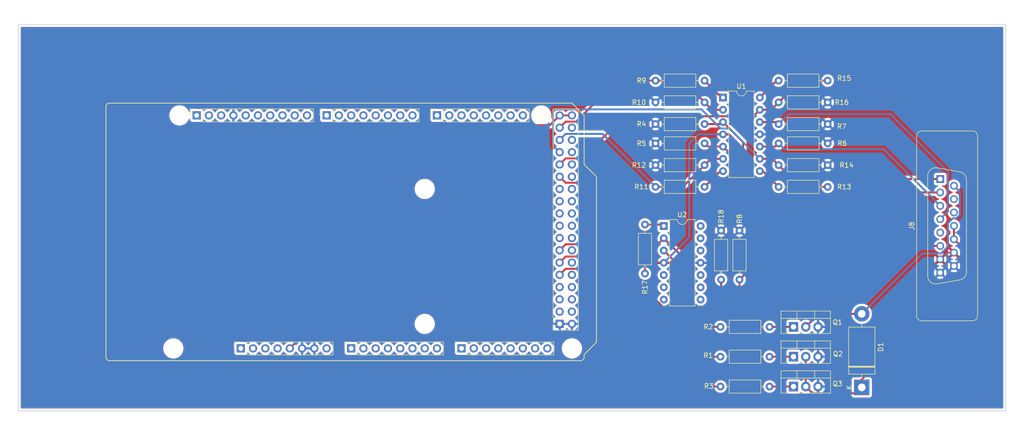
<source format=kicad_pcb>
(kicad_pcb (version 20211014) (generator pcbnew)
  (title_block (date "mar. 31 mars 2015"))
  (layers (0 "F.Cu" signal) (31 "B.Cu" signal) (34 "B.Paste" user) (35 "F.Paste" user) (36 "B.SilkS" user "B.Silkscreen") (37 "F.SilkS" user "F.Silkscreen") (38 "B.Mask" user) (39 "F.Mask" user) (44 "Edge.Cuts" user))
  (net 0 "")
  (net 1 "GND")
  (net 2 "/*52")
  (net 3 "/53")
  (net 4 "/50")
  (net 5 "/51")
  (net 6 "/48")
  (net 7 "/49")
  (net 8 "PIN 12 DB15")
  (net 9 "/47")
  (net 10 "PIN 9 DB15")
  (net 11 "/*45")
  (net 12 "BALIZA ROJ.")
  (net 13 "/43")
  (net 14 "/40")
  (net 15 "/41")
  (net 16 "/38")
  (net 17 "/39")
  (net 18 "/36")
  (net 19 "/37")
  (net 20 "/34")
  (net 21 "/35")
  (net 22 "/32")
  (net 23 "/33")
  (net 24 "BALIZA VER.")
  (net 25 "/31")
  (net 26 "PISTON")
  (net 27 "/29")
  (net 28 "INPLACE")
  (net 29 "/27")
  (net 30 "ID3")
  (net 31 "/25")
  (net 32 "ID2")
  (net 33 "/23")
  (net 34 "+5V")
  (net 35 "/IOREF")
  (net 36 "/A0")
  (net 37 "/A1")
  (net 38 "/A2")
  (net 39 "/A3")
  (net 40 "/A4")
  (net 41 "/A5")
  (net 42 "/A6")
  (net 43 "/A7")
  (net 44 "/A8")
  (net 45 "/A9")
  (net 46 "/A10")
  (net 47 "/A11")
  (net 48 "/A12")
  (net 49 "/A13")
  (net 50 "/A14")
  (net 51 "/A15")
  (net 52 "/AREF")
  (net 53 "/*13")
  (net 54 "/*12")
  (net 55 "/*11")
  (net 56 "/*10")
  (net 57 "/*9")
  (net 58 "/*8")
  (net 59 "/*7")
  (net 60 "/*6")
  (net 61 "/*5")
  (net 62 "/*4")
  (net 63 "/*3")
  (net 64 "/*2")
  (net 65 "/TX0{slash}1")
  (net 66 "/RX0{slash}0")
  (net 67 "+3V3")
  (net 68 "/TX3{slash}14")
  (net 69 "/RX3{slash}15")
  (net 70 "/TX2{slash}16")
  (net 71 "/RX2{slash}17")
  (net 72 "/TX1{slash}18")
  (net 73 "/RX1{slash}19")
  (net 74 "/SDA{slash}20")
  (net 75 "/SCL{slash}21")
  (net 76 "VCC")
  (net 77 "/~{RESET}")
  (net 79 "ID1")
  (net 80 "ID0")
  (net 81 "PIN 1 DB15")
  (net 82 "PIN 2 DB15")
  (net 83 "PIN 3 DB15")
  (net 84 "PIN 4 DB15")
  (net 86 "PIN 6 DB15")
  (net 87 "+24V")
  (net 90 "Net-(Q1-Pad1)")
  (net 91 "Net-(Q2-Pad1)")
  (net 92 "Net-(Q3-Pad1)")
  (net 102 "/OUT1")
  (net 103 "/OUT2")
  (net 104 "/OUT3")
  (net 105 "/OUT4")
  (net 106 "/OUT5")
  (footprint "Connector_PinSocket_2.54mm:PinSocket_2x18_P2.54mm_Vertical" (layer "F.Cu") (at 140.98 118.82 180)
    (fp_text reference "J7" hide)
    (fp_text value "Digital")
    (pad "1" thru_hole rect locked (at 0 0 180) (size 1.7 1.7) (drill 1) (layers *.Cu *.Mask) (net 1 "GND"))
    (pad "2" thru_hole oval locked (at -2.54 0 180) (size 1.7 1.7) (drill 1) (layers *.Cu *.Mask) (net 1 "GND"))
    (pad "3" thru_hole oval locked (at 0 2.54 180) (size 1.7 1.7) (drill 1) (layers *.Cu *.Mask) (net 2 "/*52"))
    (pad "4" thru_hole oval locked (at -2.54 2.54 180) (size 1.7 1.7) (drill 1) (layers *.Cu *.Mask) (net 3 "/53"))
    (pad "5" thru_hole oval locked (at 0 5.08 180) (size 1.7 1.7) (drill 1) (layers *.Cu *.Mask) (net 4 "/50"))
    (pad "6" thru_hole oval locked (at -2.54 5.08 180) (size 1.7 1.7) (drill 1) (layers *.Cu *.Mask) (net 5 "/51"))
    (pad "7" thru_hole oval locked (at 0 7.62 180) (size 1.7 1.7) (drill 1) (layers *.Cu *.Mask) (net 6 "/48"))
    (pad "8" thru_hole oval locked (at -2.54 7.62 180) (size 1.7 1.7) (drill 1) (layers *.Cu *.Mask) (net 7 "/49"))
    (pad "9" thru_hole oval locked (at 0 10.16 180) (size 1.7 1.7) (drill 1) (layers *.Cu *.Mask) (net 12 "BALIZA ROJ."))
    (pad "10" thru_hole oval locked (at -2.54 10.16 180) (size 1.7 1.7) (drill 1) (layers *.Cu *.Mask) (net 9 "/47"))
    (pad "11" thru_hole oval locked (at 0 12.7 180) (size 1.7 1.7) (drill 1) (layers *.Cu *.Mask) (net 24 "BALIZA VER."))
    (pad "12" thru_hole oval locked (at -2.54 12.7 180) (size 1.7 1.7) (drill 1) (layers *.Cu *.Mask) (net 11 "/*45"))
    (pad "13" thru_hole oval locked (at 0 15.24 180) (size 1.7 1.7) (drill 1) (layers *.Cu *.Mask) (net 26 "PISTON"))
    (pad "14" thru_hole oval locked (at -2.54 15.24 180) (size 1.7 1.7) (drill 1) (layers *.Cu *.Mask) (net 13 "/43"))
    (pad "15" thru_hole oval locked (at 0 17.78 180) (size 1.7 1.7) (drill 1) (layers *.Cu *.Mask) (net 14 "/40"))
    (pad "16" thru_hole oval locked (at -2.54 17.78 180) (size 1.7 1.7) (drill 1) (layers *.Cu *.Mask) (net 15 "/41"))
    (pad "17" thru_hole oval locked (at 0 20.32 180) (size 1.7 1.7) (drill 1) (layers *.Cu *.Mask) (net 16 "/38"))
    (pad "18" thru_hole oval locked (at -2.54 20.32 180) (size 1.7 1.7) (drill 1) (layers *.Cu *.Mask) (net 17 "/39"))
    (pad "19" thru_hole oval locked (at 0 22.86 180) (size 1.7 1.7) (drill 1) (layers *.Cu *.Mask) (net 18 "/36"))
    (pad "20" thru_hole oval locked (at -2.54 22.86 180) (size 1.7 1.7) (drill 1) (layers *.Cu *.Mask) (net 19 "/37"))
    (pad "21" thru_hole oval locked (at 0 25.4 180) (size 1.7 1.7) (drill 1) (layers *.Cu *.Mask) (net 20 "/34"))
    (pad "22" thru_hole oval locked (at -2.54 25.4 180) (size 1.7 1.7) (drill 1) (layers *.Cu *.Mask) (net 21 "/35"))
    (pad "23" thru_hole oval locked (at 0 27.94 180) (size 1.7 1.7) (drill 1) (layers *.Cu *.Mask) (net 22 "/32"))
    (pad "24" thru_hole oval locked (at -2.54 27.94 180) (size 1.7 1.7) (drill 1) (layers *.Cu *.Mask) (net 23 "/33"))
    (pad "25" thru_hole oval locked (at 0 30.48 180) (size 1.7 1.7) (drill 1) (layers *.Cu *.Mask) (net 28 "INPLACE"))
    (pad "26" thru_hole oval locked (at -2.54 30.48 180) (size 1.7 1.7) (drill 1) (layers *.Cu *.Mask) (net 25 "/31"))
    (pad "27" thru_hole oval locked (at 0 33.02 180) (size 1.7 1.7) (drill 1) (layers *.Cu *.Mask) (net 30 "ID3"))
    (pad "28" thru_hole oval locked (at -2.54 33.02 180) (size 1.7 1.7) (drill 1) (layers *.Cu *.Mask) (net 27 "/29"))
    (pad "29" thru_hole oval locked (at 0 35.56 180) (size 1.7 1.7) (drill 1) (layers *.Cu *.Mask) (net 32 "ID2"))
    (pad "30" thru_hole oval locked (at -2.54 35.56 180) (size 1.7 1.7) (drill 1) (layers *.Cu *.Mask) (net 29 "/27"))
    (pad "31" thru_hole oval locked (at 0 38.1 180) (size 1.7 1.7) (drill 1) (layers *.Cu *.Mask) (net 79 "ID1"))
    (pad "32" thru_hole oval locked (at -2.54 38.1 180) (size 1.7 1.7) (drill 1) (layers *.Cu *.Mask) (net 31 "/25"))
    (pad "33" thru_hole oval locked (at 0 40.64 180) (size 1.7 1.7) (drill 1) (layers *.Cu *.Mask) (net 80 "ID0"))
    (pad "34" thru_hole oval locked (at -2.54 40.64 180) (size 1.7 1.7) (drill 1) (layers *.Cu *.Mask) (net 33 "/23"))
    (pad "35" thru_hole oval locked (at 0 43.18 180) (size 1.7 1.7) (drill 1) (layers *.Cu *.Mask) (net 34 "+5V"))
    (pad "36" thru_hole oval locked (at -2.54 43.18 180) (size 1.7 1.7) (drill 1) (layers *.Cu *.Mask) (net 34 "+5V"))
  )
  (footprint "Connector_PinSocket_2.54mm:PinSocket_1x08_P2.54mm_Vertical" (layer "F.Cu") (at 74.94 123.9 90)
    (fp_text reference "J1" hide)
    (fp_text value "Power")
    (pad "1" thru_hole rect locked (at 0 0 90) (size 1.7 1.7) (drill 1) (layers *.Cu *.Mask))
    (pad "2" thru_hole oval locked (at 0 2.54 90) (size 1.7 1.7) (drill 1) (layers *.Cu *.Mask) (net 35 "/IOREF"))
    (pad "3" thru_hole oval locked (at 0 5.08 90) (size 1.7 1.7) (drill 1) (layers *.Cu *.Mask) (net 77 "/~{RESET}"))
    (pad "4" thru_hole oval locked (at 0 7.62 90) (size 1.7 1.7) (drill 1) (layers *.Cu *.Mask) (net 67 "+3V3"))
    (pad "5" thru_hole oval locked (at 0 10.16 90) (size 1.7 1.7) (drill 1) (layers *.Cu *.Mask) (net 34 "+5V"))
    (pad "6" thru_hole oval locked (at 0 12.7 90) (size 1.7 1.7) (drill 1) (layers *.Cu *.Mask) (net 1 "GND"))
    (pad "7" thru_hole oval locked (at 0 15.24 90) (size 1.7 1.7) (drill 1) (layers *.Cu *.Mask) (net 1 "GND"))
    (pad "8" thru_hole oval locked (at 0 17.78 90) (size 1.7 1.7) (drill 1) (layers *.Cu *.Mask) (net 76 "VCC"))
  )
  (footprint "Connector_PinSocket_2.54mm:PinSocket_1x08_P2.54mm_Vertical" (layer "F.Cu") (at 97.8 123.9 90)
    (fp_text reference "J3" hide)
    (fp_text value "Analog")
    (pad "1" thru_hole rect locked (at 0 0 90) (size 1.7 1.7) (drill 1) (layers *.Cu *.Mask) (net 36 "/A0"))
    (pad "2" thru_hole oval locked (at 0 2.54 90) (size 1.7 1.7) (drill 1) (layers *.Cu *.Mask) (net 37 "/A1"))
    (pad "3" thru_hole oval locked (at 0 5.08 90) (size 1.7 1.7) (drill 1) (layers *.Cu *.Mask) (net 38 "/A2"))
    (pad "4" thru_hole oval locked (at 0 7.62 90) (size 1.7 1.7) (drill 1) (layers *.Cu *.Mask) (net 39 "/A3"))
    (pad "5" thru_hole oval locked (at 0 10.16 90) (size 1.7 1.7) (drill 1) (layers *.Cu *.Mask) (net 40 "/A4"))
    (pad "6" thru_hole oval locked (at 0 12.7 90) (size 1.7 1.7) (drill 1) (layers *.Cu *.Mask) (net 41 "/A5"))
    (pad "7" thru_hole oval locked (at 0 15.24 90) (size 1.7 1.7) (drill 1) (layers *.Cu *.Mask) (net 42 "/A6"))
    (pad "8" thru_hole oval locked (at 0 17.78 90) (size 1.7 1.7) (drill 1) (layers *.Cu *.Mask) (net 43 "/A7"))
  )
  (footprint "Connector_PinSocket_2.54mm:PinSocket_1x08_P2.54mm_Vertical" (layer "F.Cu") (at 120.66 123.9 90)
    (fp_text reference "J5" hide)
    (fp_text value "Analog")
    (pad "1" thru_hole rect locked (at 0 0 90) (size 1.7 1.7) (drill 1) (layers *.Cu *.Mask) (net 44 "/A8"))
    (pad "2" thru_hole oval locked (at 0 2.54 90) (size 1.7 1.7) (drill 1) (layers *.Cu *.Mask) (net 45 "/A9"))
    (pad "3" thru_hole oval locked (at 0 5.08 90) (size 1.7 1.7) (drill 1) (layers *.Cu *.Mask) (net 46 "/A10"))
    (pad "4" thru_hole oval locked (at 0 7.62 90) (size 1.7 1.7) (drill 1) (layers *.Cu *.Mask) (net 47 "/A11"))
    (pad "5" thru_hole oval locked (at 0 10.16 90) (size 1.7 1.7) (drill 1) (layers *.Cu *.Mask) (net 48 "/A12"))
    (pad "6" thru_hole oval locked (at 0 12.7 90) (size 1.7 1.7) (drill 1) (layers *.Cu *.Mask) (net 49 "/A13"))
    (pad "7" thru_hole oval locked (at 0 15.24 90) (size 1.7 1.7) (drill 1) (layers *.Cu *.Mask) (net 50 "/A14"))
    (pad "8" thru_hole oval locked (at 0 17.78 90) (size 1.7 1.7) (drill 1) (layers *.Cu *.Mask) (net 51 "/A15"))
  )
  (footprint "Connector_PinSocket_2.54mm:PinSocket_1x10_P2.54mm_Vertical" (layer "F.Cu") (at 65.796 75.64 90)
    (fp_text reference "J2" hide)
    (fp_text value "PWM")
    (pad "1" thru_hole rect locked (at 0 0 90) (size 1.7 1.7) (drill 1) (layers *.Cu *.Mask) (net 75 "/SCL{slash}21"))
    (pad "2" thru_hole oval locked (at 0 2.54 90) (size 1.7 1.7) (drill 1) (layers *.Cu *.Mask) (net 74 "/SDA{slash}20"))
    (pad "3" thru_hole oval locked (at 0 5.08 90) (size 1.7 1.7) (drill 1) (layers *.Cu *.Mask) (net 52 "/AREF"))
    (pad "4" thru_hole oval locked (at 0 7.62 90) (size 1.7 1.7) (drill 1) (layers *.Cu *.Mask) (net 1 "GND"))
    (pad "5" thru_hole oval locked (at 0 10.16 90) (size 1.7 1.7) (drill 1) (layers *.Cu *.Mask) (net 53 "/*13"))
    (pad "6" thru_hole oval locked (at 0 12.7 90) (size 1.7 1.7) (drill 1) (layers *.Cu *.Mask) (net 54 "/*12"))
    (pad "7" thru_hole oval locked (at 0 15.24 90) (size 1.7 1.7) (drill 1) (layers *.Cu *.Mask) (net 55 "/*11"))
    (pad "8" thru_hole oval locked (at 0 17.78 90) (size 1.7 1.7) (drill 1) (layers *.Cu *.Mask) (net 56 "/*10"))
    (pad "9" thru_hole oval locked (at 0 20.32 90) (size 1.7 1.7) (drill 1) (layers *.Cu *.Mask) (net 57 "/*9"))
    (pad "10" thru_hole oval locked (at 0 22.86 90) (size 1.7 1.7) (drill 1) (layers *.Cu *.Mask) (net 58 "/*8"))
  )
  (footprint "Connector_PinSocket_2.54mm:PinSocket_1x08_P2.54mm_Vertical" (layer "F.Cu") (at 92.72 75.64 90)
    (fp_text reference "J4" hide)
    (fp_text value "PWM")
    (pad "1" thru_hole rect locked (at 0 0 90) (size 1.7 1.7) (drill 1) (layers *.Cu *.Mask) (net 59 "/*7"))
    (pad "2" thru_hole oval locked (at 0 2.54 90) (size 1.7 1.7) (drill 1) (layers *.Cu *.Mask) (net 60 "/*6"))
    (pad "3" thru_hole oval locked (at 0 5.08 90) (size 1.7 1.7) (drill 1) (layers *.Cu *.Mask) (net 61 "/*5"))
    (pad "4" thru_hole oval locked (at 0 7.62 90) (size 1.7 1.7) (drill 1) (layers *.Cu *.Mask) (net 62 "/*4"))
    (pad "5" thru_hole oval locked (at 0 10.16 90) (size 1.7 1.7) (drill 1) (layers *.Cu *.Mask) (net 63 "/*3"))
    (pad "6" thru_hole oval locked (at 0 12.7 90) (size 1.7 1.7) (drill 1) (layers *.Cu *.Mask) (net 64 "/*2"))
    (pad "7" thru_hole oval locked (at 0 15.24 90) (size 1.7 1.7) (drill 1) (layers *.Cu *.Mask) (net 65 "/TX0{slash}1"))
    (pad "8" thru_hole oval locked (at 0 17.78 90) (size 1.7 1.7) (drill 1) (layers *.Cu *.Mask) (net 66 "/RX0{slash}0"))
  )
  (footprint "Connector_PinSocket_2.54mm:PinSocket_1x08_P2.54mm_Vertical" (layer "F.Cu") (at 115.58 75.64 90)
    (fp_text reference "J6" hide)
    (fp_text value "Communication")
    (pad "1" thru_hole rect locked (at 0 0 90) (size 1.7 1.7) (drill 1) (layers *.Cu *.Mask) (net 68 "/TX3{slash}14"))
    (pad "2" thru_hole oval locked (at 0 2.54 90) (size 1.7 1.7) (drill 1) (layers *.Cu *.Mask) (net 69 "/RX3{slash}15"))
    (pad "3" thru_hole oval locked (at 0 5.08 90) (size 1.7 1.7) (drill 1) (layers *.Cu *.Mask) (net 70 "/TX2{slash}16"))
    (pad "4" thru_hole oval locked (at 0 7.62 90) (size 1.7 1.7) (drill 1) (layers *.Cu *.Mask) (net 71 "/RX2{slash}17"))
    (pad "5" thru_hole oval locked (at 0 10.16 90) (size 1.7 1.7) (drill 1) (layers *.Cu *.Mask) (net 72 "/TX1{slash}18"))
    (pad "6" thru_hole oval locked (at 0 12.7 90) (size 1.7 1.7) (drill 1) (layers *.Cu *.Mask) (net 73 "/RX1{slash}19"))
    (pad "7" thru_hole oval locked (at 0 15.24 90) (size 1.7 1.7) (drill 1) (layers *.Cu *.Mask) (net 74 "/SDA{slash}20"))
    (pad "8" thru_hole oval locked (at 0 17.78 90) (size 1.7 1.7) (drill 1) (layers *.Cu *.Mask) (net 75 "/SCL{slash}21"))
  )
  (footprint "Connector_Dsub:DSUB-15_Female_Vertical_P2.77x2.84mm" (layer "F.Cu") (at 219.809669 88.825 90)
    (fp_text reference "J8" (at -9.695 -5.89 90) (layer "F.SilkS"))
    (fp_text value "DB15_Female")
    (pad "1" thru_hole rect (at 0 0 90) (size 1.6 1.6) (drill 1) (layers *.Cu *.Mask) (net 81 "PIN 1 DB15"))
    (pad "2" thru_hole circle (at -2.77 0 90) (size 1.6 1.6) (drill 1) (layers *.Cu *.Mask) (net 82 "PIN 2 DB15"))
    (pad "3" thru_hole circle (at -5.54 0 90) (size 1.6 1.6) (drill 1) (layers *.Cu *.Mask) (net 83 "PIN 3 DB15"))
    (pad "4" thru_hole circle (at -8.31 0 90) (size 1.6 1.6) (drill 1) (layers *.Cu *.Mask) (net 84 "PIN 4 DB15"))
    (pad "5" thru_hole circle (at -11.08 0 90) (size 1.6 1.6) (drill 1) (layers *.Cu *.Mask))
    (pad "6" thru_hole circle (at -13.85 0 90) (size 1.6 1.6) (drill 1) (layers *.Cu *.Mask) (net 86 "PIN 6 DB15"))
    (pad "7" thru_hole circle (at -16.62 0 90) (size 1.6 1.6) (drill 1) (layers *.Cu *.Mask) (net 87 "+24V"))
    (pad "8" thru_hole circle (at -19.39 0 90) (size 1.6 1.6) (drill 1) (layers *.Cu *.Mask) (net 1 "GND"))
    (pad "9" thru_hole circle (at -1.385 2.84 90) (size 1.6 1.6) (drill 1) (layers *.Cu *.Mask) (net 10 "PIN 9 DB15"))
    (pad "10" thru_hole circle (at -4.155 2.84 90) (size 1.6 1.6) (drill 1) (layers *.Cu *.Mask))
    (pad "11" thru_hole circle (at -6.925 2.84 90) (size 1.6 1.6) (drill 1) (layers *.Cu *.Mask))
    (pad "12" thru_hole circle (at -9.695 2.84 90) (size 1.6 1.6) (drill 1) (layers *.Cu *.Mask) (net 8 "PIN 12 DB15"))
    (pad "13" thru_hole circle (at -12.465 2.84 90) (size 1.6 1.6) (drill 1) (layers *.Cu *.Mask) (net 8 "PIN 12 DB15"))
    (pad "14" thru_hole circle (at -15.235 2.84 90) (size 1.6 1.6) (drill 1) (layers *.Cu *.Mask) (net 87 "+24V"))
    (pad "15" thru_hole circle (at -18.005 2.84 90) (size 1.6 1.6) (drill 1) (layers *.Cu *.Mask) (net 1 "GND"))
  )
  (footprint "Resistor_THT:R_Axial_DIN0207_L6.3mm_D2.5mm_P10.16mm_Horizontal" (layer "F.Cu") (at 186.34 90.44)
    (fp_text reference "R13" (at 13.58 0) (layer "F.SilkS"))
    (fp_text value "3.3k")
    (pad "1" thru_hole circle (at 0 0) (size 1.6 1.6) (drill 0.8) (layers *.Cu *.Mask) (net 104 "/OUT3"))
    (pad "2" thru_hole oval (at 10.16 0) (size 1.6 1.6) (drill 0.8) (layers *.Cu *.Mask) (net 32 "ID2"))
  )
  (footprint "Resistor_THT:R_Axial_DIN0207_L6.3mm_D2.5mm_P10.16mm_Horizontal" (layer "F.Cu") (at 160.84 85.94)
    (fp_text reference "R12" (at -3.42 0) (layer "F.SilkS"))
    (fp_text value "1k")
    (pad "1" thru_hole circle (at 0 0) (size 1.6 1.6) (drill 0.8) (layers *.Cu *.Mask) (net 1 "GND"))
    (pad "2" thru_hole oval (at 10.16 0) (size 1.6 1.6) (drill 0.8) (layers *.Cu *.Mask) (net 79 "ID1"))
  )
  (footprint "Resistor_THT:R_Axial_DIN0207_L6.3mm_D2.5mm_P10.16mm_Horizontal" (layer "F.Cu") (at 160.84 77.44)
    (fp_text reference "R4" (at -2.92 0) (layer "F.SilkS"))
    (fp_text value "10k")
    (pad "1" thru_hole circle (at 0 0) (size 1.6 1.6) (drill 0.8) (layers *.Cu *.Mask) (net 1 "GND"))
    (pad "2" thru_hole oval (at 10.16 0) (size 1.6 1.6) (drill 0.8) (layers *.Cu *.Mask) (net 81 "PIN 1 DB15"))
  )
  (footprint "Resistor_THT:R_Axial_DIN0207_L6.3mm_D2.5mm_P10.16mm_Horizontal" (layer "F.Cu") (at 171 90.44 180)
    (fp_text reference "R11" (at 13.08 0) (layer "F.SilkS"))
    (fp_text value "3.3k")
    (pad "1" thru_hole circle (at 0 0 180) (size 1.6 1.6) (drill 0.8) (layers *.Cu *.Mask) (net 103 "/OUT2"))
    (pad "2" thru_hole oval (at 10.16 0 180) (size 1.6 1.6) (drill 0.8) (layers *.Cu *.Mask) (net 79 "ID1"))
  )
  (footprint "Resistor_THT:R_Axial_DIN0207_L6.3mm_D2.5mm_P10.16mm_Horizontal" (layer "F.Cu") (at 196.5 77.44 180)
    (fp_text reference "R7" (at -2.92 -0.5) (layer "F.SilkS"))
    (fp_text value "10k")
    (pad "1" thru_hole circle (at 0 0 180) (size 1.6 1.6) (drill 0.8) (layers *.Cu *.Mask) (net 1 "GND"))
    (pad "2" thru_hole oval (at 10.16 0 180) (size 1.6 1.6) (drill 0.8) (layers *.Cu *.Mask) (net 84 "PIN 4 DB15"))
  )
  (footprint "Arduino_MountingHole:MountingHole_3.2mm" (layer "F.Cu") (at 143.52 123.9)
    (fp_text reference "MH6" hide)
    (fp_text value "MountingHole_3.2mm" hide)
    (pad "" np_thru_hole circle locked (at 0 0) (size 3.2 3.2) (drill 3.2) (layers *.Cu *.Mask))
  )
  (footprint "Resistor_THT:R_Axial_DIN0207_L6.3mm_D2.5mm_P10.16mm_Horizontal" (layer "F.Cu") (at 186.34 68.44)
    (fp_text reference "R15" (at 13.58 -0.5) (layer "F.SilkS"))
    (fp_text value "3.3k")
    (pad "1" thru_hole circle (at 0 0) (size 1.6 1.6) (drill 0.8) (layers *.Cu *.Mask) (net 105 "/OUT4"))
    (pad "2" thru_hole oval (at 10.16 0) (size 1.6 1.6) (drill 0.8) (layers *.Cu *.Mask) (net 30 "ID3"))
  )
  (footprint "Resistor_THT:R_Axial_DIN0207_L6.3mm_D2.5mm_P10.16mm_Horizontal" (layer "F.Cu") (at 174.3 119.44)
    (fp_text reference "R2" (at -2.54 0) (layer "F.SilkS"))
    (fp_text value "470")
    (pad "1" thru_hole circle (at 0 0) (size 1.6 1.6) (drill 0.8) (layers *.Cu *.Mask) (net 26 "PISTON"))
    (pad "2" thru_hole oval (at 10.16 0) (size 1.6 1.6) (drill 0.8) (layers *.Cu *.Mask) (net 90 "Net-(Q1-Pad1)"))
  )
  (footprint "Resistor_THT:R_Axial_DIN0207_L6.3mm_D2.5mm_P10.16mm_Horizontal" (layer "F.Cu") (at 174.3 125.62)
    (fp_text reference "R1" (at -2.54 -0.245) (layer "F.SilkS"))
    (fp_text value "470")
    (pad "1" thru_hole circle (at 0 0) (size 1.6 1.6) (drill 0.8) (layers *.Cu *.Mask) (net 24 "BALIZA VER."))
    (pad "2" thru_hole oval (at 10.16 0) (size 1.6 1.6) (drill 0.8) (layers *.Cu *.Mask) (net 91 "Net-(Q2-Pad1)"))
  )
  (footprint "Package_TO_SOT_THT:TO-220-3_Vertical" (layer "F.Cu") (at 189.42 131.8)
    (fp_text reference "Q3" (at 9.11 -0.57) (layer "F.SilkS"))
    (fp_text value "TIP31C")
    (pad "1" thru_hole rect (at 0 0) (size 1.905 2) (drill 1.1) (layers *.Cu *.Mask) (net 92 "Net-(Q3-Pad1)"))
    (pad "2" thru_hole oval (at 2.54 0) (size 1.905 2) (drill 1.1) (layers *.Cu *.Mask) (net 8 "PIN 12 DB15"))
    (pad "3" thru_hole oval (at 5.08 0) (size 1.905 2) (drill 1.1) (layers *.Cu *.Mask) (net 1 "GND"))
  )
  (footprint "Arduino_MountingHole:MountingHole_3.2mm" (layer "F.Cu") (at 62.24 75.64)
    (fp_text reference "MH1" hide)
    (fp_text value "MountingHole_3.2mm" hide)
    (pad "" np_thru_hole circle locked (at 0 0) (size 3.2 3.2) (drill 3.2) (layers *.Cu *.Mask))
  )
  (footprint "Resistor_THT:R_Axial_DIN0207_L6.3mm_D2.5mm_P10.16mm_Horizontal" (layer "F.Cu") (at 196.5 81.44 180)
    (fp_text reference "R6" (at -3 0) (layer "F.SilkS"))
    (fp_text value "10k")
    (pad "1" thru_hole circle (at 0 0 180) (size 1.6 1.6) (drill 0.8) (layers *.Cu *.Mask) (net 1 "GND"))
    (pad "2" thru_hole oval (at 10.16 0 180) (size 1.6 1.6) (drill 0.8) (layers *.Cu *.Mask) (net 83 "PIN 3 DB15"))
  )
  (footprint "Resistor_THT:R_Axial_DIN0207_L6.3mm_D2.5mm_P10.16mm_Horizontal" (layer "F.Cu") (at 174.422 99.492 -90)
    (fp_text reference "R18" (at -2.92 0 90) (layer "F.SilkS"))
    (fp_text value "1k")
    (pad "1" thru_hole circle (at 0 0 270) (size 1.6 1.6) (drill 0.8) (layers *.Cu *.Mask) (net 1 "GND"))
    (pad "2" thru_hole oval (at 10.16 0 270) (size 1.6 1.6) (drill 0.8) (layers *.Cu *.Mask) (net 28 "INPLACE"))
  )
  (footprint "Diode_THT:D_DO-201AD_P15.24mm_Horizontal" (layer "F.Cu") (at 203.56 131.98 90)
    (fp_text reference "D1" (at 8.36 3.92 90) (layer "F.SilkS"))
    (fp_text value "1N5822")
    (fp_text user "K" (at 0 -2.6 90) (layer "F.SilkS"))
    (pad "1" thru_hole rect (at 0 0 90) (size 3.2 3.2) (drill 1.6) (layers *.Cu *.Mask) (net 8 "PIN 12 DB15"))
    (pad "2" thru_hole oval (at 15.24 0 90) (size 3.2 3.2) (drill 1.6) (layers *.Cu *.Mask) (net 10 "PIN 9 DB15"))
  )
  (footprint "Resistor_THT:R_Axial_DIN0207_L6.3mm_D2.5mm_P10.16mm_Horizontal" (layer "F.Cu") (at 160.84 72.94)
    (fp_text reference "R10" (at -3.42 0) (layer "F.SilkS"))
    (fp_text value "1k")
    (pad "1" thru_hole circle (at 0 0) (size 1.6 1.6) (drill 0.8) (layers *.Cu *.Mask) (net 1 "GND"))
    (pad "2" thru_hole oval (at 10.16 0) (size 1.6 1.6) (drill 0.8) (layers *.Cu *.Mask) (net 80 "ID0"))
  )
  (footprint "Resistor_THT:R_Axial_DIN0207_L6.3mm_D2.5mm_P10.16mm_Horizontal" (layer "F.Cu") (at 158.654 98.251 -90)
    (fp_text reference "R17" (at 13 0 -270) (layer "F.SilkS"))
    (fp_text value "3.3k")
    (pad "1" thru_hole circle (at 0 0 270) (size 1.6 1.6) (drill 0.8) (layers *.Cu *.Mask) (net 106 "/OUT5"))
    (pad "2" thru_hole oval (at 10.16 0 270) (size 1.6 1.6) (drill 0.8) (layers *.Cu *.Mask) (net 28 "INPLACE"))
  )
  (footprint "Resistor_THT:R_Axial_DIN0207_L6.3mm_D2.5mm_P10.16mm_Horizontal" (layer "F.Cu") (at 196.5 85.94 180)
    (fp_text reference "R14" (at -3.92 0) (layer "F.SilkS"))
    (fp_text value "1k")
    (pad "1" thru_hole circle (at 0 0 180) (size 1.6 1.6) (drill 0.8) (layers *.Cu *.Mask) (net 1 "GND"))
    (pad "2" thru_hole oval (at 10.16 0 180) (size 1.6 1.6) (drill 0.8) (layers *.Cu *.Mask) (net 32 "ID2"))
  )
  (footprint "Package_TO_SOT_THT:TO-220-3_Vertical" (layer "F.Cu") (at 189.42 125.62)
    (fp_text reference "Q2" (at 9.19 -0.57) (layer "F.SilkS"))
    (fp_text value "TIP31C")
    (pad "1" thru_hole rect (at 0 0) (size 1.905 2) (drill 1.1) (layers *.Cu *.Mask) (net 91 "Net-(Q2-Pad1)"))
    (pad "2" thru_hole oval (at 2.54 0) (size 1.905 2) (drill 1.1) (layers *.Cu *.Mask) (net 8 "PIN 12 DB15"))
    (pad "3" thru_hole oval (at 5.08 0) (size 1.905 2) (drill 1.1) (layers *.Cu *.Mask) (net 1 "GND"))
  )
  (footprint "Resistor_THT:R_Axial_DIN0207_L6.3mm_D2.5mm_P10.16mm_Horizontal" (layer "F.Cu") (at 171 68.44 180)
    (fp_text reference "R9" (at 13.08 0) (layer "F.SilkS"))
    (fp_text value "3.3k")
    (pad "1" thru_hole circle (at 0 0 180) (size 1.6 1.6) (drill 0.8) (layers *.Cu *.Mask) (net 102 "/OUT1"))
    (pad "2" thru_hole oval (at 10.16 0 180) (size 1.6 1.6) (drill 0.8) (layers *.Cu *.Mask) (net 80 "ID0"))
  )
  (footprint "Package_TO_SOT_THT:TO-220-3_Vertical" (layer "F.Cu") (at 189.42 119.44)
    (fp_text reference "Q1" (at 9.11 -0.95) (layer "F.SilkS"))
    (fp_text value "TIP31C")
    (pad "1" thru_hole rect (at 0 0) (size 1.905 2) (drill 1.1) (layers *.Cu *.Mask) (net 90 "Net-(Q1-Pad1)"))
    (pad "2" thru_hole oval (at 2.54 0) (size 1.905 2) (drill 1.1) (layers *.Cu *.Mask) (net 10 "PIN 9 DB15"))
    (pad "3" thru_hole oval (at 5.08 0) (size 1.905 2) (drill 1.1) (layers *.Cu *.Mask) (net 1 "GND"))
  )
  (footprint "Package_DIP:DIP-14_W7.62mm" (layer "F.Cu") (at 162.554 98.546)
    (fp_text reference "U2" (at 3.81 -2.33) (layer "F.SilkS"))
    (fp_text value "LM324")
    (pad "1" thru_hole rect (at 0 0) (size 1.6 1.6) (drill 0.8) (layers *.Cu *.Mask) (net 106 "/OUT5"))
    (pad "2" thru_hole oval (at 0 2.54) (size 1.6 1.6) (drill 0.8) (layers *.Cu *.Mask) (net 28 "INPLACE"))
    (pad "3" thru_hole oval (at 0 5.08) (size 1.6 1.6) (drill 0.8) (layers *.Cu *.Mask) (net 86 "PIN 6 DB15"))
    (pad "4" thru_hole oval (at 0 7.62) (size 1.6 1.6) (drill 0.8) (layers *.Cu *.Mask) (net 87 "+24V"))
    (pad "5" thru_hole oval (at 0 10.16) (size 1.6 1.6) (drill 0.8) (layers *.Cu *.Mask))
    (pad "6" thru_hole oval (at 0 12.7) (size 1.6 1.6) (drill 0.8) (layers *.Cu *.Mask))
    (pad "7" thru_hole oval (at 0 15.24) (size 1.6 1.6) (drill 0.8) (layers *.Cu *.Mask))
    (pad "8" thru_hole oval (at 7.62 15.24) (size 1.6 1.6) (drill 0.8) (layers *.Cu *.Mask))
    (pad "9" thru_hole oval (at 7.62 12.7) (size 1.6 1.6) (drill 0.8) (layers *.Cu *.Mask))
    (pad "10" thru_hole oval (at 7.62 10.16) (size 1.6 1.6) (drill 0.8) (layers *.Cu *.Mask))
    (pad "11" thru_hole oval (at 7.62 7.62) (size 1.6 1.6) (drill 0.8) (layers *.Cu *.Mask) (net 1 "GND"))
    (pad "12" thru_hole oval (at 7.62 5.08) (size 1.6 1.6) (drill 0.8) (layers *.Cu *.Mask))
    (pad "13" thru_hole oval (at 7.62 2.54) (size 1.6 1.6) (drill 0.8) (layers *.Cu *.Mask))
    (pad "14" thru_hole oval (at 7.62 0) (size 1.6 1.6) (drill 0.8) (layers *.Cu *.Mask))
  )
  (footprint "Resistor_THT:R_Axial_DIN0207_L6.3mm_D2.5mm_P10.16mm_Horizontal" (layer "F.Cu") (at 174.3 131.8)
    (fp_text reference "R3" (at -2.42 -0.07) (layer "F.SilkS"))
    (fp_text value "470")
    (pad "1" thru_hole circle (at 0 0) (size 1.6 1.6) (drill 0.8) (layers *.Cu *.Mask) (net 12 "BALIZA ROJ."))
    (pad "2" thru_hole oval (at 10.16 0) (size 1.6 1.6) (drill 0.8) (layers *.Cu *.Mask) (net 92 "Net-(Q3-Pad1)"))
  )
  (footprint "Resistor_THT:R_Axial_DIN0207_L6.3mm_D2.5mm_P10.16mm_Horizontal" (layer "F.Cu") (at 178.232 99.492 -90)
    (fp_text reference "R8" (at -2.42 0 90) (layer "F.SilkS"))
    (fp_text value "10k")
    (pad "1" thru_hole circle (at 0 0 270) (size 1.6 1.6) (drill 0.8) (layers *.Cu *.Mask) (net 1 "GND"))
    (pad "2" thru_hole oval (at 10.16 0 270) (size 1.6 1.6) (drill 0.8) (layers *.Cu *.Mask) (net 86 "PIN 6 DB15"))
  )
  (footprint "Resistor_THT:R_Axial_DIN0207_L6.3mm_D2.5mm_P10.16mm_Horizontal" (layer "F.Cu") (at 196.5 72.94 180)
    (fp_text reference "R16" (at -2.92 0) (layer "F.SilkS"))
    (fp_text value "1k")
    (pad "1" thru_hole circle (at 0 0 180) (size 1.6 1.6) (drill 0.8) (layers *.Cu *.Mask) (net 1 "GND"))
    (pad "2" thru_hole oval (at 10.16 0 180) (size 1.6 1.6) (drill 0.8) (layers *.Cu *.Mask) (net 30 "ID3"))
  )
  (footprint "Arduino_MountingHole:MountingHole_3.2mm" (layer "F.Cu") (at 60.97 123.9)
    (fp_text reference "MH2" hide)
    (fp_text value "MountingHole_3.2mm" hide)
    (pad "" np_thru_hole circle locked (at 0 0) (size 3.2 3.2) (drill 3.2) (layers *.Cu *.Mask))
  )
  (footprint "Arduino_MountingHole:MountingHole_3.2mm" (layer "F.Cu") (at 113.04 90.88)
    (fp_text reference "MH3" hide)
    (fp_text value "MountingHole_3.2mm" hide)
    (pad "" np_thru_hole circle (at 0 0) (size 3.2 3.2) (drill 3.2) (layers *.Cu *.Mask))
  )
  (footprint "Package_DIP:DIP-14_W7.62mm" (layer "F.Cu") (at 174.82 71.94)
    (fp_text reference "U1" (at 3.81 -2.33) (layer "F.SilkS"))
    (fp_text value "LM324")
    (pad "1" thru_hole rect (at 0 0) (size 1.6 1.6) (drill 0.8) (layers *.Cu *.Mask) (net 102 "/OUT1"))
    (pad "2" thru_hole oval (at 0 2.54) (size 1.6 1.6) (drill 0.8) (layers *.Cu *.Mask) (net 80 "ID0"))
    (pad "3" thru_hole oval (at 0 5.08) (size 1.6 1.6) (drill 0.8) (layers *.Cu *.Mask) (net 81 "PIN 1 DB15"))
    (pad "4" thru_hole oval (at 0 7.62) (size 1.6 1.6) (drill 0.8) (layers *.Cu *.Mask) (net 87 "+24V"))
    (pad "5" thru_hole oval (at 0 10.16) (size 1.6 1.6) (drill 0.8) (layers *.Cu *.Mask) (net 82 "PIN 2 DB15"))
    (pad "6" thru_hole oval (at 0 12.7) (size 1.6 1.6) (drill 0.8) (layers *.Cu *.Mask) (net 79 "ID1"))
    (pad "7" thru_hole oval (at 0 15.24) (size 1.6 1.6) (drill 0.8) (layers *.Cu *.Mask) (net 103 "/OUT2"))
    (pad "8" thru_hole oval (at 7.62 15.24) (size 1.6 1.6) (drill 0.8) (layers *.Cu *.Mask) (net 104 "/OUT3"))
    (pad "9" thru_hole oval (at 7.62 12.7) (size 1.6 1.6) (drill 0.8) (layers *.Cu *.Mask) (net 32 "ID2"))
    (pad "10" thru_hole oval (at 7.62 10.16) (size 1.6 1.6) (drill 0.8) (layers *.Cu *.Mask) (net 83 "PIN 3 DB15"))
    (pad "11" thru_hole oval (at 7.62 7.62) (size 1.6 1.6) (drill 0.8) (layers *.Cu *.Mask) (net 1 "GND"))
    (pad "12" thru_hole oval (at 7.62 5.08) (size 1.6 1.6) (drill 0.8) (layers *.Cu *.Mask) (net 84 "PIN 4 DB15"))
    (pad "13" thru_hole oval (at 7.62 2.54) (size 1.6 1.6) (drill 0.8) (layers *.Cu *.Mask) (net 30 "ID3"))
    (pad "14" thru_hole oval (at 7.62 0) (size 1.6 1.6) (drill 0.8) (layers *.Cu *.Mask) (net 105 "/OUT4"))
  )
  (footprint "Arduino_MountingHole:MountingHole_3.2mm" (layer "F.Cu") (at 113.04 118.82)
    (fp_text reference "MH4" hide)
    (fp_text value "MountingHole_3.2mm" hide)
    (pad "" np_thru_hole circle locked (at 0 0) (size 3.2 3.2) (drill 3.2) (layers *.Cu *.Mask))
  )
  (footprint "Resistor_THT:R_Axial_DIN0207_L6.3mm_D2.5mm_P10.16mm_Horizontal" (layer "F.Cu") (at 160.84 81.44)
    (fp_text reference "R5" (at -2.92 0) (layer "F.SilkS"))
    (fp_text value "10k")
    (pad "1" thru_hole circle (at 0 0) (size 1.6 1.6) (drill 0.8) (layers *.Cu *.Mask) (net 1 "GND"))
    (pad "2" thru_hole oval (at 10.16 0) (size 1.6 1.6) (drill 0.8) (layers *.Cu *.Mask) (net 82 "PIN 2 DB15"))
  )
  (footprint "Arduino_MountingHole:MountingHole_3.2mm" (layer "F.Cu") (at 137.17 75.64)
    (fp_text reference "MH5" hide)
    (fp_text value "MountingHole_3.2mm" hide)
    (pad "" np_thru_hole circle locked (at 0 0) (size 3.2 3.2) (drill 3.2) (layers *.Cu *.Mask))
  )
  (gr_line (start 146.06 85.8) (end 148.6 88.34) (layer "F.SilkS") (width 0.15))
  (gr_line (start 47 125.678) (end 47 73.862) (layer "F.SilkS") (width 0.15))
  (gr_line (start 148.6 88.34) (end 148.6 122.63) (layer "F.SilkS") (width 0.15))
  (gr_line (start 145.298 126.44) (end 47.762 126.44) (layer "F.SilkS") (width 0.15))
  (gr_line (start 47.762 73.1) (end 143.52 73.1) (layer "F.SilkS") (width 0.15))
  (gr_arc (start 47.762 126.44) (mid 47.223185 126.216815) (end 47 125.678) (layer "F.SilkS") (width 0.15))
  (gr_line (start 148.6 122.63) (end 146.06 125.17) (layer "F.SilkS") (width 0.15))
  (gr_line (start 143.52 73.1) (end 146.06 75.64) (layer "F.SilkS") (width 0.15))
  (gr_arc (start 146.06 125.678) (mid 145.836815 126.216815) (end 145.298 126.44) (layer "F.SilkS") (width 0.15))
  (gr_line (start 146.06 75.64) (end 146.06 85.8) (layer "F.SilkS") (width 0.15))
  (gr_line (start 146.06 125.17) (end 146.06 125.678) (layer "F.SilkS") (width 0.15))
  (gr_arc (start 47 73.862) (mid 47.223185 73.323185) (end 47.762 73.1) (layer "F.SilkS") (width 0.15))
  (gr_line (start 28.88 56.82) (end 28.88 136.83) (layer "Edge.Cuts") (width 0.15))
  (gr_line (start 28.88 136.83) (end 233.35 136.83) (layer "Edge.Cuts") (width 0.15))
  (gr_line (start 233.35 136.83) (end 233.35 56.82) (layer "Edge.Cuts") (width 0.15))
  (gr_line (start 233.35 56.82) (end 28.88 56.82) (layer "Edge.Cuts") (width 0.15))
  (segment (start 222.649669 98.52) (end 222.649669 101.29) (width 0.4) (layer "F.Cu") (net 8))
  (segment (start 203.56 131.98) (end 203.56 130.298) (width 0.4) (layer "F.Cu") (net 8))
  (segment (start 203.56 130.298) (end 224.968 108.89) (width 0.4) (layer "F.Cu") (net 8))
  (segment (start 193.36 133.2) (end 202.34 133.2) (width 0.4) (layer "F.Cu") (net 8))
  (segment (start 202.34 133.2) (end 203.56 131.98) (width 0.4) (layer "F.Cu") (net 8))
  (segment (start 191.96 131.8) (end 193.36 133.2) (width 0.4) (layer "F.Cu") (net 8))
  (segment (start 191.96 125.62) (end 191.96 131.8) (width 0.4) (layer "F.Cu") (net 8))
  (segment (start 224.968 108.89) (end 224.968 103.608331) (width 0.4) (layer "F.Cu") (net 8))
  (segment (start 224.968 103.608331) (end 222.649669 101.29) (width 0.4) (layer "F.Cu") (net 8))
  (segment (start 194.66 116.74) (end 203.56 116.74) (width 0.4) (layer "F.Cu") (net 10))
  (segment (start 222.649669 90.21) (end 222.649669 90.452057) (width 0.4) (layer "F.Cu") (net 10))
  (segment (start 191.96 119.44) (end 194.66 116.74) (width 0.4) (layer "F.Cu") (net 10))
  (segment (start 216.055 104.245) (end 219.961 104.245) (width 0.4) (layer "B.Cu") (net 10))
  (segment (start 221.412 97.968) (end 222.43 96.95) (width 0.4) (layer "B.Cu") (net 10))
  (segment (start 221.412 102.794) (end 221.412 97.968) (width 0.4) (layer "B.Cu") (net 10))
  (segment (start 223.849669 96.247057) (end 223.849669 91.41) (width 0.4) (layer "B.Cu") (net 10))
  (segment (start 219.961 104.245) (end 221.412 102.794) (width 0.4) (layer "B.Cu") (net 10))
  (segment (start 222.43 96.95) (end 223.146726 96.95) (width 0.4) (layer "B.Cu") (net 10))
  (segment (start 203.56 116.74) (end 216.055 104.245) (width 0.4) (layer "B.Cu") (net 10))
  (segment (start 223.146726 96.95) (end 223.849669 96.247057) (width 0.4) (layer "B.Cu") (net 10))
  (segment (start 223.849669 91.41) (end 222.649669 90.21) (width 0.4) (layer "B.Cu") (net 10))
  (segment (start 142.23 107.41) (end 140.98 108.66) (width 0.4) (layer "F.Cu") (net 12))
  (segment (start 146.526 107.41) (end 142.23 107.41) (width 0.4) (layer "F.Cu") (net 12))
  (segment (start 170.916 131.8) (end 146.526 107.41) (width 0.4) (layer "F.Cu") (net 12))
  (segment (start 174.3 131.8) (end 170.916 131.8) (width 0.4) (layer "F.Cu") (net 12))
  (segment (start 168.546 125.62) (end 147.796 104.87) (width 0.4) (layer "F.Cu") (net 24))
  (segment (start 142.23 104.87) (end 140.98 106.12) (width 0.4) (layer "F.Cu") (net 24))
  (segment (start 147.796 104.87) (end 142.23 104.87) (width 0.4) (layer "F.Cu") (net 24))
  (segment (start 174.3 125.62) (end 168.546 125.62) (width 0.4) (layer "F.Cu") (net 24))
  (segment (start 174.3 119.44) (end 166.510943 119.44) (width 0.4) (layer "F.Cu") (net 26))
  (segment (start 142.23 102.33) (end 140.98 103.58) (width 0.4) (layer "F.Cu") (net 26))
  (segment (start 149.400943 102.33) (end 142.23 102.33) (width 0.4) (layer "F.Cu") (net 26))
  (segment (start 166.510943 119.44) (end 149.400943 102.33) (width 0.4) (layer "F.Cu") (net 26))
  (segment (start 167.564 114.732) (end 169.596 116.764) (width 0.4) (layer "F.Cu") (net 28))
  (segment (start 171.882 116.764) (end 174.422 114.224) (width 0.4) (layer "F.Cu") (net 28))
  (segment (start 140.98 88.34) (end 142.23 89.59) (width 0.4) (layer "F.Cu") (net 28))
  (segment (start 158.654 105.314) (end 158.654 104.986) (width 0.4) (layer "F.Cu") (net 28))
  (segment (start 169.596 116.764) (end 171.882 116.764) (width 0.4) (layer "F.Cu") (net 28))
  (segment (start 167.564 106.096) (end 167.564 114.732) (width 0.4) (layer "F.Cu") (net 28))
  (segment (start 174.422 114.224) (end 174.422 109.652) (width 0.4) (layer "F.Cu") (net 28))
  (segment (start 145.724 89.59) (end 158.654 102.52) (width 0.4) (layer "F.Cu") (net 28))
  (segment (start 158.654 108.411) (end 158.654 105.314) (width 0.4) (layer "F.Cu") (net 28))
  (segment (start 158.654 102.52) (end 158.654 105.314) (width 0.4) (layer "F.Cu") (net 28))
  (segment (start 162.554 101.086) (end 167.564 106.096) (width 0.4) (layer "F.Cu") (net 28))
  (segment (start 158.654 104.986) (end 162.554 101.086) (width 0.4) (layer "F.Cu") (net 28))
  (segment (start 142.23 89.59) (end 145.724 89.59) (width 0.4) (layer "F.Cu") (net 28))
  (segment (start 184.8 74.48) (end 186.34 72.94) (width 0.4) (layer "F.Cu") (net 30))
  (segment (start 182.44 74.48) (end 181.1 75.82) (width 0.4) (layer "F.Cu") (net 30))
  (segment (start 196.5 68.44) (end 190.84 68.44) (width 0.4) (layer "F.Cu") (net 30))
  (segment (start 142.23 84.55) (end 140.98 85.8) (width 0.4) (layer "F.Cu") (net 30))
  (segment (start 145.66 84.55) (end 142.23 84.55) (width 0.4) (layer "F.Cu") (net 30))
  (segment (start 182.44 74.48) (end 184.8 74.48) (width 0.4) (layer "F.Cu") (net 30))
  (segment (start 190.84 68.44) (end 186.34 72.94) (width 0.4) (layer "F.Cu") (net 30))
  (segment (start 154.39 75.82) (end 145.66 84.55) (width 0.4) (layer "F.Cu") (net 30))
  (segment (start 181.1 75.82) (end 154.39 75.82) (width 0.4) (layer "F.Cu") (net 30))
  (segment (start 196.5 90.44) (end 190.84 90.44) (width 0.4) (layer "F.Cu") (net 32))
  (segment (start 190.84 90.44) (end 186.34 85.94) (width 0.4) (layer "F.Cu") (net 32))
  (segment (start 182.44 84.64) (end 185.04 84.64) (width 0.4) (layer "F.Cu") (net 32))
  (segment (start 185.04 84.64) (end 186.34 85.94) (width 0.4) (layer "F.Cu") (net 32))
  (segment (start 139.686 81.966) (end 140.98 83.26) (width 0.4) (layer "B.Cu") (net 32))
  (segment (start 170.352943 74.39) (end 139.834 74.39) (width 0.4) (layer "B.Cu") (net 32))
  (segment (start 174.322943 78.36) (end 170.352943 74.39) (width 0.4) (layer "B.Cu") (net 32))
  (segment (start 139.624 81.966) (end 139.686 81.966) (width 0.4) (layer "B.Cu") (net 32))
  (segment (start 176.16 78.36) (end 174.322943 78.36) (width 0.4) (layer "B.Cu") (net 32))
  (segment (start 139.624 74.6) (end 139.624 81.966) (width 0.4) (layer "B.Cu") (net 32))
  (segment (start 182.44 84.64) (end 176.16 78.36) (width 0.4) (layer "B.Cu") (net 32))
  (segment (start 139.834 74.39) (end 139.624 74.6) (width 0.4) (layer "B.Cu") (net 32))
  (segment (start 140.98 75.64) (end 143.52 75.64) (width 0.4) (layer "F.Cu") (net 34))
  (segment (start 131.337767 77.662233) (end 138.957767 77.662233) (width 0.4) (layer "F.Cu") (net 34))
  (segment (start 85.1 123.9) (end 131.337767 77.662233) (width 0.4) (layer "F.Cu") (net 34))
  (segment (start 138.957767 77.662233) (end 140.98 75.64) (width 0.4) (layer "F.Cu") (net 34))
  (segment (start 166.5 90.44) (end 171 85.94) (width 0.4) (layer "F.Cu") (net 79))
  (segment (start 172.3 84.64) (end 171 85.94) (width 0.4) (layer "F.Cu") (net 79))
  (segment (start 174.82 84.64) (end 172.3 84.64) (width 0.4) (layer "F.Cu") (net 79))
  (segment (start 160.84 90.44) (end 166.5 90.44) (width 0.4) (layer "F.Cu") (net 79))
  (segment (start 149.87 79.47) (end 142.23 79.47) (width 0.4) (layer "B.Cu") (net 79))
  (segment (start 160.84 90.44) (end 149.87 79.47) (width 0.4) (layer "B.Cu") (net 79))
  (segment (start 142.23 79.47) (end 140.98 80.72) (width 0.4) (layer "B.Cu") (net 79))
  (segment (start 140.98 78.18) (end 142.23 76.93) (width 0.4) (layer "F.Cu") (net 80))
  (segment (start 142.23 76.93) (end 144.406 76.93) (width 0.4) (layer "F.Cu") (net 80))
  (segment (start 160.84 68.44) (end 166.5 68.44) (width 0.4) (layer "F.Cu") (net 80))
  (segment (start 152.896 68.44) (end 160.84 68.44) (width 0.4) (layer "F.Cu") (net 80))
  (segment (start 174.82 74.48) (end 172.54 74.48) (width 0.4) (layer "F.Cu") (net 80))
  (segment (start 166.5 68.44) (end 171 72.94) (width 0.4) (layer "F.Cu") (net 80))
  (segment (start 144.406 76.93) (end 152.896 68.44) (width 0.4) (layer "F.Cu") (net 80))
  (segment (start 172.54 74.48) (end 171 72.94) (width 0.4) (layer "F.Cu") (net 80))
  (segment (start 219.809669 88.825) (end 202.175 88.825) (width 0.4) (layer "F.Cu") (net 81))
  (segment (start 171 77.44) (end 174.4 77.44) (width 0.4) (layer "F.Cu") (net 81))
  (segment (start 196 95) (end 186 95) (width 0.4) (layer "F.Cu") (net 81))
  (segment (start 202.175 88.825) (end 196 95) (width 0.4) (layer "F.Cu") (net 81))
  (segment (start 174.82 77.02) (end 179 81.2) (width 0.4) (layer "F.Cu") (net 81))
  (segment (start 174.4 77.44) (end 174.82 77.02) (width 0.4) (layer "F.Cu") (net 81))
  (segment (start 186 95) (end 179 88) (width 0.4) (layer "F.Cu") (net 81))
  (segment (start 179 81.2) (end 179 88) (width 0.4) (layer "F.Cu") (net 81))
  (segment (start 171.66 82.1) (end 171 81.44) (width 0.4) (layer "F.Cu") (net 82))
  (segment (start 177.6 88.56) (end 177.6 84.88) (width 0.4) (layer "F.Cu") (net 82))
  (segment (start 186.54 97.5) (end 177.6 88.56) (width 0.4) (layer "F.Cu") (net 82))
  (segment (start 174.82 82.1) (end 171.66 82.1) (width 0.4) (layer "F.Cu") (net 82))
  (segment (start 196.56 97.5) (end 186.54 97.5) (width 0.4) (layer "F.Cu") (net 82))
  (segment (start 202.465 91.595) (end 196.56 97.5) (width 0.4) (layer "F.Cu") (net 82))
  (segment (start 177.6 84.88) (end 174.82 82.1) (width 0.4) (layer "F.Cu") (net 82))
  (segment (start 219.809669 91.595) (end 202.465 91.595) (width 0.4) (layer "F.Cu") (net 82))
  (segment (start 182.44 82.1) (end 185.68 82.1) (width 0.4) (layer "F.Cu") (net 83))
  (segment (start 185.68 82.1) (end 186.34 81.44) (width 0.4) (layer "F.Cu") (net 83))
  (segment (start 208.084669 82.64) (end 219.809669 94.365) (width 0.4) (layer "B.Cu") (net 83))
  (segment (start 186.34 81.44) (end 187.54 82.64) (width 0.4) (layer "B.Cu") (net 83))
  (segment (start 187.54 82.64) (end 208.084669 82.64) (width 0.4) (layer "B.Cu") (net 83))
  (segment (start 182.44 77.02) (end 185.92 77.02) (width 0.4) (layer "F.Cu") (net 84))
  (segment (start 185.92 77.02) (end 186.34 77.44) (width 0.4) (layer "F.Cu") (net 84))
  (segment (start 186.34 77.44) (end 188.418 75.362) (width 0.4) (layer "B.Cu") (net 84))
  (segment (start 209.474 75.362) (end 221.412 87.3) (width 0.4) (layer "B.Cu") (net 84))
  (segment (start 221.412 87.3) (end 221.412 95.532669) (width 0.4) (layer "B.Cu") (net 84))
  (segment (start 188.418 75.362) (end 209.474 75.362) (width 0.4) (layer "B.Cu") (net 84))
  (segment (start 221.412 95.532669) (end 219.809669 97.135) (width 0.4) (layer "B.Cu") (net 84))
  (segment (start 162.554 103.626) (end 165.786 106.858) (width 0.4) (layer "F.Cu") (net 86))
  (segment (start 178.232 112.446) (end 178.232 109.652) (width 0.4) (layer "F.Cu") (net 86))
  (segment (start 172.644 118.034) (end 178.232 112.446) (width 0.4) (layer "F.Cu") (net 86))
  (segment (start 192.321 102.675) (end 187.376 107.62) (width 0.4) (layer "F.Cu") (net 86))
  (segment (start 180.264 107.62) (end 178.232 109.652) (width 0.4) (layer "F.Cu") (net 86))
  (segment (start 219.809669 102.675) (end 192.321 102.675) (width 0.4) (layer "F.Cu") (net 86))
  (segment (start 165.786 115.494) (end 168.326 118.034) (width 0.4) (layer "F.Cu") (net 86))
  (segment (start 187.376 107.62) (end 180.264 107.62) (width 0.4) (layer "F.Cu") (net 86))
  (segment (start 168.326 118.034) (end 172.644 118.034) (width 0.4) (layer "F.Cu") (net 86))
  (segment (start 165.786 106.858) (end 165.786 115.494) (width 0.4) (layer "F.Cu") (net 86))
  (segment (start 221.194669 104.06) (end 219.809669 105.445) (width 0.4) (layer "F.Cu") (net 87))
  (segment (start 222.649669 104.06) (end 221.194669 104.06) (width 0.4) (layer "F.Cu") (net 87))
  (segment (start 167.818 100.902) (end 167.818 81.458) (width 0.4) (layer "B.Cu") (net 87))
  (segment (start 167.818 81.458) (end 169.716 79.56) (width 0.4) (layer "B.Cu") (net 87))
  (segment (start 162.554 106.166) (end 167.818 100.902) (width 0.4) (layer "B.Cu") (net 87))
  (segment (start 169.716 79.56) (end 174.82 79.56) (width 0.4) (layer "B.Cu") (net 87))
  (segment (start 184.46 119.44) (end 189.42 119.44) (width 0.4) (layer "F.Cu") (net 90))
  (segment (start 184.46 125.62) (end 189.42 125.62) (width 0.4) (layer "F.Cu") (net 91))
  (segment (start 184.46 131.8) (end 189.42 131.8) (width 0.4) (layer "F.Cu") (net 92))
  (segment (start 174.5 71.94) (end 174.82 71.94) (width 0.4) (layer "F.Cu") (net 102))
  (segment (start 171 68.44) (end 174.5 71.94) (width 0.4) (layer "F.Cu") (net 102))
  (segment (start 174.26 87.18) (end 174.82 87.18) (width 0.4) (layer "F.Cu") (net 103))
  (segment (start 171 90.44) (end 174.26 87.18) (width 0.4) (layer "F.Cu") (net 103))
  (segment (start 183.08 87.18) (end 182.44 87.18) (width 0.4) (layer "F.Cu") (net 104))
  (segment (start 186.34 90.44) (end 183.08 87.18) (width 0.4) (layer "F.Cu") (net 104))
  (segment (start 185.94 68.44) (end 186.34 68.44) (width 0.4) (layer "F.Cu") (net 105))
  (segment (start 182.44 71.94) (end 185.94 68.44) (width 0.4) (layer "F.Cu") (net 105))
  (segment (start 162.259 98.251) (end 162.554 98.546) (width 0.4) (layer "F.Cu") (net 106))
  (segment (start 158.654 98.251) (end 162.259 98.251) (width 0.4) (layer "F.Cu") (net 106))
  (zone (net 87) (net_name "+24V") (layer "F.Cu") (connect_pads (clearance 0.508)) (min_thickness 0.254) (fill yes (thermal_gap 0.508) (thermal_bridge_width 0.508))
    (polygon (pts (xy 237.16 53.01) (xy 237.16 140.64) (xy 25.07 140.64) (xy 25.07 51.74)))
  )
  (zone (net 1) (net_name "GND") (layer "B.Cu") (connect_pads (clearance 0.508)) (min_thickness 0.254) (fill yes (thermal_gap 0.508) (thermal_bridge_width 0.508))
    (polygon (pts (xy 237.16 53.01) (xy 237.16 140.64) (xy 25.07 140.64) (xy 25.07 51.74)))
  )
)
</source>
